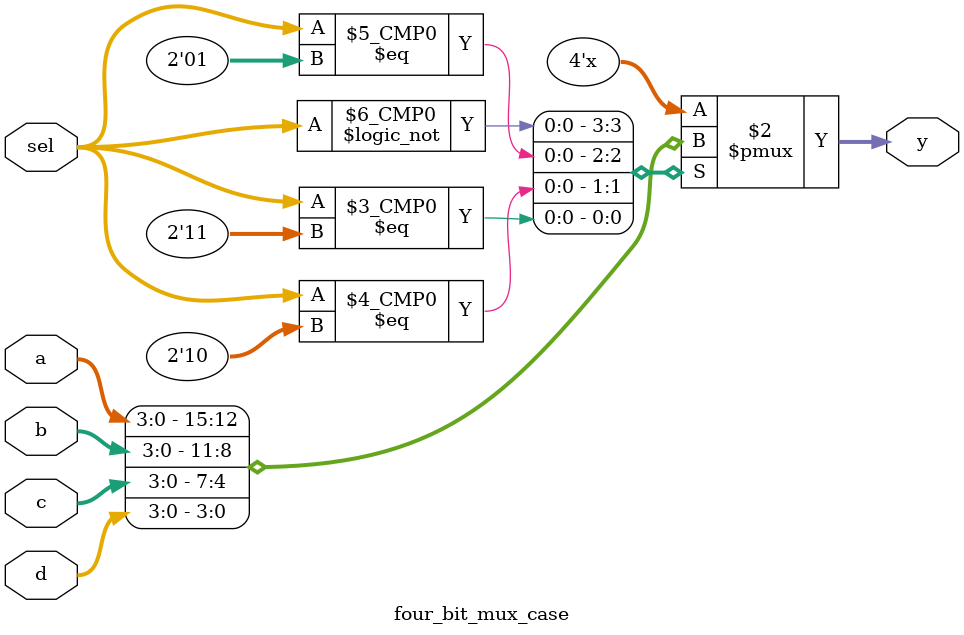
<source format=v>
`timescale 1ns / 1ps
module four_bit_mux_case( sel, a, b, c, d, y );
	input [1:0] sel;
	input [3:0] a, b, c, d;
	output reg [3:0] y;
	
	always @(*) begin
		case (sel)
			0: y = a;
			1: y = b;
			2: y = c;
			3: y = d;
			default: 
				y = 4'bx;
		endcase
	end
endmodule

</source>
